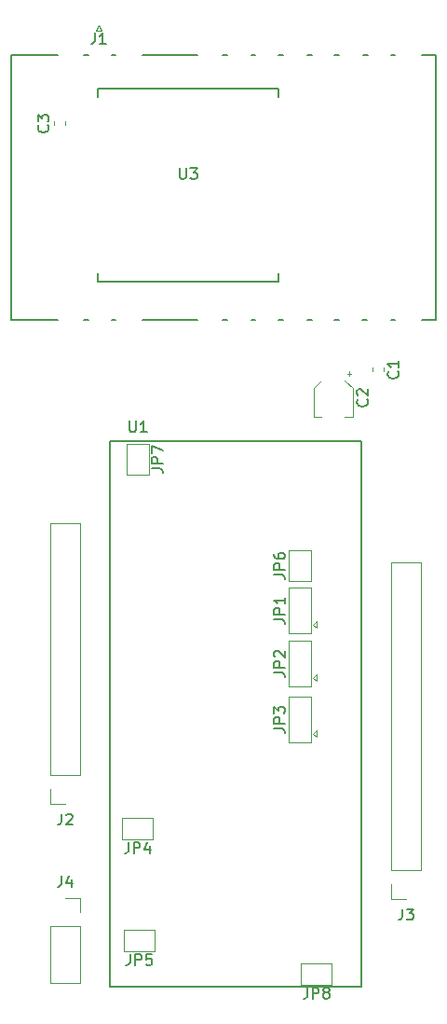
<source format=gto>
G04 #@! TF.GenerationSoftware,KiCad,Pcbnew,5.1.9+dfsg1-1+deb11u1*
G04 #@! TF.CreationDate,2023-03-18T22:01:19+02:00*
G04 #@! TF.ProjectId,lora_tracker_wide,6c6f7261-5f74-4726-9163-6b65725f7769,rev?*
G04 #@! TF.SameCoordinates,Original*
G04 #@! TF.FileFunction,Legend,Top*
G04 #@! TF.FilePolarity,Positive*
%FSLAX46Y46*%
G04 Gerber Fmt 4.6, Leading zero omitted, Abs format (unit mm)*
G04 Created by KiCad (PCBNEW 5.1.9+dfsg1-1+deb11u1) date 2023-03-18 22:01:19*
%MOMM*%
%LPD*%
G01*
G04 APERTURE LIST*
%ADD10C,0.127000*%
%ADD11C,0.120000*%
%ADD12C,0.150000*%
G04 APERTURE END LIST*
D10*
X112958501Y-50700000D02*
X111658501Y-50700000D01*
X112958501Y-74700000D02*
X112958501Y-50700000D01*
X111658501Y-74700000D02*
X112958501Y-74700000D01*
X86258501Y-50700000D02*
X91258501Y-50700000D01*
X86258501Y-74700000D02*
X91258501Y-74700000D01*
X80958501Y-74700000D02*
X81358501Y-74700000D01*
X83458501Y-74700000D02*
X83858501Y-74700000D01*
X93558501Y-74700000D02*
X93958501Y-74700000D01*
X96158501Y-74700000D02*
X96558501Y-74700000D01*
X98658501Y-74700000D02*
X99058501Y-74700000D01*
X101258501Y-74700000D02*
X101658501Y-74700000D01*
X103758501Y-74700000D02*
X104158501Y-74700000D01*
X106258501Y-74700000D02*
X106658501Y-74700000D01*
X108858501Y-74700000D02*
X109258501Y-74700000D01*
X108858501Y-50700000D02*
X109258501Y-50700000D01*
X106358501Y-50700000D02*
X106758501Y-50700000D01*
X103758501Y-50700000D02*
X104158501Y-50700000D01*
X101258501Y-50700000D02*
X101658501Y-50700000D01*
X98658501Y-50700000D02*
X99058501Y-50700000D01*
X96158501Y-50700000D02*
X96558501Y-50700000D01*
X93558501Y-50700000D02*
X93958501Y-50700000D01*
X83458501Y-50700000D02*
X83858501Y-50700000D01*
X80958501Y-50700000D02*
X81358501Y-50700000D01*
X74358501Y-50700000D02*
X78558501Y-50700000D01*
X74358501Y-74700000D02*
X74358501Y-50700000D01*
X78558501Y-74700000D02*
X74358501Y-74700000D01*
D11*
X99584000Y-103142000D02*
X99584000Y-99042000D01*
X99584000Y-99042000D02*
X101584000Y-99042000D01*
X101584000Y-99042000D02*
X101584000Y-103142000D01*
X101584000Y-103142000D02*
X99584000Y-103142000D01*
X101784000Y-102392000D02*
X102084000Y-102692000D01*
X102084000Y-102692000D02*
X102084000Y-102092000D01*
X101784000Y-102392000D02*
X102084000Y-102092000D01*
X101784000Y-107218000D02*
X102084000Y-106918000D01*
X102084000Y-107518000D02*
X102084000Y-106918000D01*
X101784000Y-107218000D02*
X102084000Y-107518000D01*
X101584000Y-107968000D02*
X99584000Y-107968000D01*
X101584000Y-103868000D02*
X101584000Y-107968000D01*
X99584000Y-103868000D02*
X101584000Y-103868000D01*
X99584000Y-107968000D02*
X99584000Y-103868000D01*
X99584000Y-113048000D02*
X99584000Y-108948000D01*
X99584000Y-108948000D02*
X101584000Y-108948000D01*
X101584000Y-108948000D02*
X101584000Y-113048000D01*
X101584000Y-113048000D02*
X99584000Y-113048000D01*
X101784000Y-112298000D02*
X102084000Y-112598000D01*
X102084000Y-112598000D02*
X102084000Y-111998000D01*
X101784000Y-112298000D02*
X102084000Y-111998000D01*
X87252000Y-121904000D02*
X84452000Y-121904000D01*
X84452000Y-121904000D02*
X84452000Y-119904000D01*
X84452000Y-119904000D02*
X87252000Y-119904000D01*
X87252000Y-119904000D02*
X87252000Y-121904000D01*
X87394000Y-130064000D02*
X87394000Y-132064000D01*
X84594000Y-130064000D02*
X87394000Y-130064000D01*
X84594000Y-132064000D02*
X84594000Y-130064000D01*
X87394000Y-132064000D02*
X84594000Y-132064000D01*
X99584000Y-98428000D02*
X99584000Y-95628000D01*
X99584000Y-95628000D02*
X101584000Y-95628000D01*
X101584000Y-95628000D02*
X101584000Y-98428000D01*
X101584000Y-98428000D02*
X99584000Y-98428000D01*
X82296000Y-47980000D02*
X82046000Y-48480000D01*
X82046000Y-48480000D02*
X82546000Y-48480000D01*
X82546000Y-48480000D02*
X82296000Y-47980000D01*
X105254500Y-79600500D02*
X104879500Y-79600500D01*
X105067000Y-79413000D02*
X105067000Y-79788000D01*
X102572000Y-80217437D02*
X101872000Y-80917437D01*
X104692000Y-80217437D02*
X105392000Y-80917437D01*
X101872000Y-80917437D02*
X101872000Y-83548000D01*
X105392000Y-80917437D02*
X105392000Y-83548000D01*
X105392000Y-83548000D02*
X104692000Y-83548000D01*
X101872000Y-83548000D02*
X102572000Y-83548000D01*
X107186000Y-79076733D02*
X107186000Y-79419267D01*
X108206000Y-79076733D02*
X108206000Y-79419267D01*
X84852000Y-85976000D02*
X86852000Y-85976000D01*
X84852000Y-88776000D02*
X84852000Y-85976000D01*
X86852000Y-88776000D02*
X84852000Y-88776000D01*
X86852000Y-85976000D02*
X86852000Y-88776000D01*
X103508000Y-135112000D02*
X100708000Y-135112000D01*
X100708000Y-135112000D02*
X100708000Y-133112000D01*
X100708000Y-133112000D02*
X103508000Y-133112000D01*
X103508000Y-133112000D02*
X103508000Y-135112000D01*
D12*
X82174000Y-70484000D02*
X82174000Y-71234000D01*
X82174000Y-71234000D02*
X98674000Y-71234000D01*
X98674000Y-71234000D02*
X98674000Y-70484000D01*
X82174000Y-54484000D02*
X82174000Y-53734000D01*
X82174000Y-53734000D02*
X98674000Y-53734000D01*
X98674000Y-53734000D02*
X98674000Y-54484000D01*
D11*
X79250000Y-57067267D02*
X79250000Y-56724733D01*
X78230000Y-57067267D02*
X78230000Y-56724733D01*
X79248000Y-118678000D02*
X77918000Y-118678000D01*
X77918000Y-118678000D02*
X77918000Y-117348000D01*
X77918000Y-116078000D02*
X77918000Y-93158000D01*
X80578000Y-93158000D02*
X77918000Y-93158000D01*
X80578000Y-116078000D02*
X80578000Y-93158000D01*
X80578000Y-116078000D02*
X77918000Y-116078000D01*
X110236000Y-127314000D02*
X108906000Y-127314000D01*
X108906000Y-127314000D02*
X108906000Y-125984000D01*
X108906000Y-124714000D02*
X108906000Y-96714000D01*
X111566000Y-96714000D02*
X108906000Y-96714000D01*
X111566000Y-124714000D02*
X111566000Y-96714000D01*
X111566000Y-124714000D02*
X108906000Y-124714000D01*
X79248000Y-127194000D02*
X80578000Y-127194000D01*
X80578000Y-127194000D02*
X80578000Y-128524000D01*
X80578000Y-129794000D02*
X80578000Y-134934000D01*
X77918000Y-134934000D02*
X80578000Y-134934000D01*
X77918000Y-129794000D02*
X77918000Y-134934000D01*
X77918000Y-129794000D02*
X80578000Y-129794000D01*
D12*
X103632000Y-135255000D02*
X106172000Y-135255000D01*
X106172000Y-85725000D02*
X106172000Y-135255000D01*
X103632000Y-85725000D02*
X106172000Y-85725000D01*
X83312000Y-85725000D02*
X83312000Y-132715000D01*
X103632000Y-85725000D02*
X83312000Y-85725000D01*
X83312000Y-132715000D02*
X83312000Y-135255000D01*
X83312000Y-135255000D02*
X103632000Y-135255000D01*
X98236380Y-101925333D02*
X98950666Y-101925333D01*
X99093523Y-101972952D01*
X99188761Y-102068190D01*
X99236380Y-102211047D01*
X99236380Y-102306285D01*
X99236380Y-101449142D02*
X98236380Y-101449142D01*
X98236380Y-101068190D01*
X98284000Y-100972952D01*
X98331619Y-100925333D01*
X98426857Y-100877714D01*
X98569714Y-100877714D01*
X98664952Y-100925333D01*
X98712571Y-100972952D01*
X98760190Y-101068190D01*
X98760190Y-101449142D01*
X99236380Y-99925333D02*
X99236380Y-100496761D01*
X99236380Y-100211047D02*
X98236380Y-100211047D01*
X98379238Y-100306285D01*
X98474476Y-100401523D01*
X98522095Y-100496761D01*
X98236380Y-106751333D02*
X98950666Y-106751333D01*
X99093523Y-106798952D01*
X99188761Y-106894190D01*
X99236380Y-107037047D01*
X99236380Y-107132285D01*
X99236380Y-106275142D02*
X98236380Y-106275142D01*
X98236380Y-105894190D01*
X98284000Y-105798952D01*
X98331619Y-105751333D01*
X98426857Y-105703714D01*
X98569714Y-105703714D01*
X98664952Y-105751333D01*
X98712571Y-105798952D01*
X98760190Y-105894190D01*
X98760190Y-106275142D01*
X98331619Y-105322761D02*
X98284000Y-105275142D01*
X98236380Y-105179904D01*
X98236380Y-104941809D01*
X98284000Y-104846571D01*
X98331619Y-104798952D01*
X98426857Y-104751333D01*
X98522095Y-104751333D01*
X98664952Y-104798952D01*
X99236380Y-105370380D01*
X99236380Y-104751333D01*
X98236380Y-111831333D02*
X98950666Y-111831333D01*
X99093523Y-111878952D01*
X99188761Y-111974190D01*
X99236380Y-112117047D01*
X99236380Y-112212285D01*
X99236380Y-111355142D02*
X98236380Y-111355142D01*
X98236380Y-110974190D01*
X98284000Y-110878952D01*
X98331619Y-110831333D01*
X98426857Y-110783714D01*
X98569714Y-110783714D01*
X98664952Y-110831333D01*
X98712571Y-110878952D01*
X98760190Y-110974190D01*
X98760190Y-111355142D01*
X98236380Y-110450380D02*
X98236380Y-109831333D01*
X98617333Y-110164666D01*
X98617333Y-110021809D01*
X98664952Y-109926571D01*
X98712571Y-109878952D01*
X98807809Y-109831333D01*
X99045904Y-109831333D01*
X99141142Y-109878952D01*
X99188761Y-109926571D01*
X99236380Y-110021809D01*
X99236380Y-110307523D01*
X99188761Y-110402761D01*
X99141142Y-110450380D01*
X85018666Y-122156380D02*
X85018666Y-122870666D01*
X84971047Y-123013523D01*
X84875809Y-123108761D01*
X84732952Y-123156380D01*
X84637714Y-123156380D01*
X85494857Y-123156380D02*
X85494857Y-122156380D01*
X85875809Y-122156380D01*
X85971047Y-122204000D01*
X86018666Y-122251619D01*
X86066285Y-122346857D01*
X86066285Y-122489714D01*
X86018666Y-122584952D01*
X85971047Y-122632571D01*
X85875809Y-122680190D01*
X85494857Y-122680190D01*
X86923428Y-122489714D02*
X86923428Y-123156380D01*
X86685333Y-122108761D02*
X86447238Y-122823047D01*
X87066285Y-122823047D01*
X85160666Y-132316380D02*
X85160666Y-133030666D01*
X85113047Y-133173523D01*
X85017809Y-133268761D01*
X84874952Y-133316380D01*
X84779714Y-133316380D01*
X85636857Y-133316380D02*
X85636857Y-132316380D01*
X86017809Y-132316380D01*
X86113047Y-132364000D01*
X86160666Y-132411619D01*
X86208285Y-132506857D01*
X86208285Y-132649714D01*
X86160666Y-132744952D01*
X86113047Y-132792571D01*
X86017809Y-132840190D01*
X85636857Y-132840190D01*
X87113047Y-132316380D02*
X86636857Y-132316380D01*
X86589238Y-132792571D01*
X86636857Y-132744952D01*
X86732095Y-132697333D01*
X86970190Y-132697333D01*
X87065428Y-132744952D01*
X87113047Y-132792571D01*
X87160666Y-132887809D01*
X87160666Y-133125904D01*
X87113047Y-133221142D01*
X87065428Y-133268761D01*
X86970190Y-133316380D01*
X86732095Y-133316380D01*
X86636857Y-133268761D01*
X86589238Y-133221142D01*
X98236380Y-97861333D02*
X98950666Y-97861333D01*
X99093523Y-97908952D01*
X99188761Y-98004190D01*
X99236380Y-98147047D01*
X99236380Y-98242285D01*
X99236380Y-97385142D02*
X98236380Y-97385142D01*
X98236380Y-97004190D01*
X98284000Y-96908952D01*
X98331619Y-96861333D01*
X98426857Y-96813714D01*
X98569714Y-96813714D01*
X98664952Y-96861333D01*
X98712571Y-96908952D01*
X98760190Y-97004190D01*
X98760190Y-97385142D01*
X98236380Y-95956571D02*
X98236380Y-96147047D01*
X98284000Y-96242285D01*
X98331619Y-96289904D01*
X98474476Y-96385142D01*
X98664952Y-96432761D01*
X99045904Y-96432761D01*
X99141142Y-96385142D01*
X99188761Y-96337523D01*
X99236380Y-96242285D01*
X99236380Y-96051809D01*
X99188761Y-95956571D01*
X99141142Y-95908952D01*
X99045904Y-95861333D01*
X98807809Y-95861333D01*
X98712571Y-95908952D01*
X98664952Y-95956571D01*
X98617333Y-96051809D01*
X98617333Y-96242285D01*
X98664952Y-96337523D01*
X98712571Y-96385142D01*
X98807809Y-96432761D01*
X81962666Y-48672380D02*
X81962666Y-49386666D01*
X81915047Y-49529523D01*
X81819809Y-49624761D01*
X81676952Y-49672380D01*
X81581714Y-49672380D01*
X82962666Y-49672380D02*
X82391238Y-49672380D01*
X82676952Y-49672380D02*
X82676952Y-48672380D01*
X82581714Y-48815238D01*
X82486476Y-48910476D01*
X82391238Y-48958095D01*
X106689142Y-81954666D02*
X106736761Y-82002285D01*
X106784380Y-82145142D01*
X106784380Y-82240380D01*
X106736761Y-82383238D01*
X106641523Y-82478476D01*
X106546285Y-82526095D01*
X106355809Y-82573714D01*
X106212952Y-82573714D01*
X106022476Y-82526095D01*
X105927238Y-82478476D01*
X105832000Y-82383238D01*
X105784380Y-82240380D01*
X105784380Y-82145142D01*
X105832000Y-82002285D01*
X105879619Y-81954666D01*
X105879619Y-81573714D02*
X105832000Y-81526095D01*
X105784380Y-81430857D01*
X105784380Y-81192761D01*
X105832000Y-81097523D01*
X105879619Y-81049904D01*
X105974857Y-81002285D01*
X106070095Y-81002285D01*
X106212952Y-81049904D01*
X106784380Y-81621333D01*
X106784380Y-81002285D01*
X109483142Y-79414666D02*
X109530761Y-79462285D01*
X109578380Y-79605142D01*
X109578380Y-79700380D01*
X109530761Y-79843238D01*
X109435523Y-79938476D01*
X109340285Y-79986095D01*
X109149809Y-80033714D01*
X109006952Y-80033714D01*
X108816476Y-79986095D01*
X108721238Y-79938476D01*
X108626000Y-79843238D01*
X108578380Y-79700380D01*
X108578380Y-79605142D01*
X108626000Y-79462285D01*
X108673619Y-79414666D01*
X109578380Y-78462285D02*
X109578380Y-79033714D01*
X109578380Y-78748000D02*
X108578380Y-78748000D01*
X108721238Y-78843238D01*
X108816476Y-78938476D01*
X108864095Y-79033714D01*
X87104380Y-88209333D02*
X87818666Y-88209333D01*
X87961523Y-88256952D01*
X88056761Y-88352190D01*
X88104380Y-88495047D01*
X88104380Y-88590285D01*
X88104380Y-87733142D02*
X87104380Y-87733142D01*
X87104380Y-87352190D01*
X87152000Y-87256952D01*
X87199619Y-87209333D01*
X87294857Y-87161714D01*
X87437714Y-87161714D01*
X87532952Y-87209333D01*
X87580571Y-87256952D01*
X87628190Y-87352190D01*
X87628190Y-87733142D01*
X87104380Y-86828380D02*
X87104380Y-86161714D01*
X88104380Y-86590285D01*
X101274666Y-135364380D02*
X101274666Y-136078666D01*
X101227047Y-136221523D01*
X101131809Y-136316761D01*
X100988952Y-136364380D01*
X100893714Y-136364380D01*
X101750857Y-136364380D02*
X101750857Y-135364380D01*
X102131809Y-135364380D01*
X102227047Y-135412000D01*
X102274666Y-135459619D01*
X102322285Y-135554857D01*
X102322285Y-135697714D01*
X102274666Y-135792952D01*
X102227047Y-135840571D01*
X102131809Y-135888190D01*
X101750857Y-135888190D01*
X102893714Y-135792952D02*
X102798476Y-135745333D01*
X102750857Y-135697714D01*
X102703238Y-135602476D01*
X102703238Y-135554857D01*
X102750857Y-135459619D01*
X102798476Y-135412000D01*
X102893714Y-135364380D01*
X103084190Y-135364380D01*
X103179428Y-135412000D01*
X103227047Y-135459619D01*
X103274666Y-135554857D01*
X103274666Y-135602476D01*
X103227047Y-135697714D01*
X103179428Y-135745333D01*
X103084190Y-135792952D01*
X102893714Y-135792952D01*
X102798476Y-135840571D01*
X102750857Y-135888190D01*
X102703238Y-135983428D01*
X102703238Y-136173904D01*
X102750857Y-136269142D01*
X102798476Y-136316761D01*
X102893714Y-136364380D01*
X103084190Y-136364380D01*
X103179428Y-136316761D01*
X103227047Y-136269142D01*
X103274666Y-136173904D01*
X103274666Y-135983428D01*
X103227047Y-135888190D01*
X103179428Y-135840571D01*
X103084190Y-135792952D01*
X89662095Y-60936380D02*
X89662095Y-61745904D01*
X89709714Y-61841142D01*
X89757333Y-61888761D01*
X89852571Y-61936380D01*
X90043047Y-61936380D01*
X90138285Y-61888761D01*
X90185904Y-61841142D01*
X90233523Y-61745904D01*
X90233523Y-60936380D01*
X90614476Y-60936380D02*
X91233523Y-60936380D01*
X90900190Y-61317333D01*
X91043047Y-61317333D01*
X91138285Y-61364952D01*
X91185904Y-61412571D01*
X91233523Y-61507809D01*
X91233523Y-61745904D01*
X91185904Y-61841142D01*
X91138285Y-61888761D01*
X91043047Y-61936380D01*
X90757333Y-61936380D01*
X90662095Y-61888761D01*
X90614476Y-61841142D01*
X77667142Y-57062666D02*
X77714761Y-57110285D01*
X77762380Y-57253142D01*
X77762380Y-57348380D01*
X77714761Y-57491238D01*
X77619523Y-57586476D01*
X77524285Y-57634095D01*
X77333809Y-57681714D01*
X77190952Y-57681714D01*
X77000476Y-57634095D01*
X76905238Y-57586476D01*
X76810000Y-57491238D01*
X76762380Y-57348380D01*
X76762380Y-57253142D01*
X76810000Y-57110285D01*
X76857619Y-57062666D01*
X76762380Y-56729333D02*
X76762380Y-56110285D01*
X77143333Y-56443619D01*
X77143333Y-56300761D01*
X77190952Y-56205523D01*
X77238571Y-56157904D01*
X77333809Y-56110285D01*
X77571904Y-56110285D01*
X77667142Y-56157904D01*
X77714761Y-56205523D01*
X77762380Y-56300761D01*
X77762380Y-56586476D01*
X77714761Y-56681714D01*
X77667142Y-56729333D01*
X78914666Y-119570380D02*
X78914666Y-120284666D01*
X78867047Y-120427523D01*
X78771809Y-120522761D01*
X78628952Y-120570380D01*
X78533714Y-120570380D01*
X79343238Y-119665619D02*
X79390857Y-119618000D01*
X79486095Y-119570380D01*
X79724190Y-119570380D01*
X79819428Y-119618000D01*
X79867047Y-119665619D01*
X79914666Y-119760857D01*
X79914666Y-119856095D01*
X79867047Y-119998952D01*
X79295619Y-120570380D01*
X79914666Y-120570380D01*
X109902666Y-128206380D02*
X109902666Y-128920666D01*
X109855047Y-129063523D01*
X109759809Y-129158761D01*
X109616952Y-129206380D01*
X109521714Y-129206380D01*
X110283619Y-128206380D02*
X110902666Y-128206380D01*
X110569333Y-128587333D01*
X110712190Y-128587333D01*
X110807428Y-128634952D01*
X110855047Y-128682571D01*
X110902666Y-128777809D01*
X110902666Y-129015904D01*
X110855047Y-129111142D01*
X110807428Y-129158761D01*
X110712190Y-129206380D01*
X110426476Y-129206380D01*
X110331238Y-129158761D01*
X110283619Y-129111142D01*
X78914666Y-125206380D02*
X78914666Y-125920666D01*
X78867047Y-126063523D01*
X78771809Y-126158761D01*
X78628952Y-126206380D01*
X78533714Y-126206380D01*
X79819428Y-125539714D02*
X79819428Y-126206380D01*
X79581333Y-125158761D02*
X79343238Y-125873047D01*
X79962285Y-125873047D01*
X85090095Y-83907380D02*
X85090095Y-84716904D01*
X85137714Y-84812142D01*
X85185333Y-84859761D01*
X85280571Y-84907380D01*
X85471047Y-84907380D01*
X85566285Y-84859761D01*
X85613904Y-84812142D01*
X85661523Y-84716904D01*
X85661523Y-83907380D01*
X86661523Y-84907380D02*
X86090095Y-84907380D01*
X86375809Y-84907380D02*
X86375809Y-83907380D01*
X86280571Y-84050238D01*
X86185333Y-84145476D01*
X86090095Y-84193095D01*
M02*

</source>
